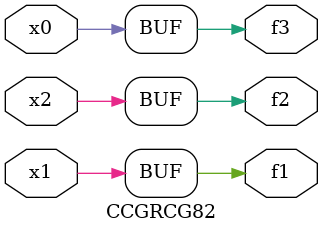
<source format=v>
module CCGRCG82(
	input x0, x1, x2,
	output f1, f2, f3
);
	assign f1 = x1;
	assign f2 = x2;
	assign f3 = x0;
endmodule

</source>
